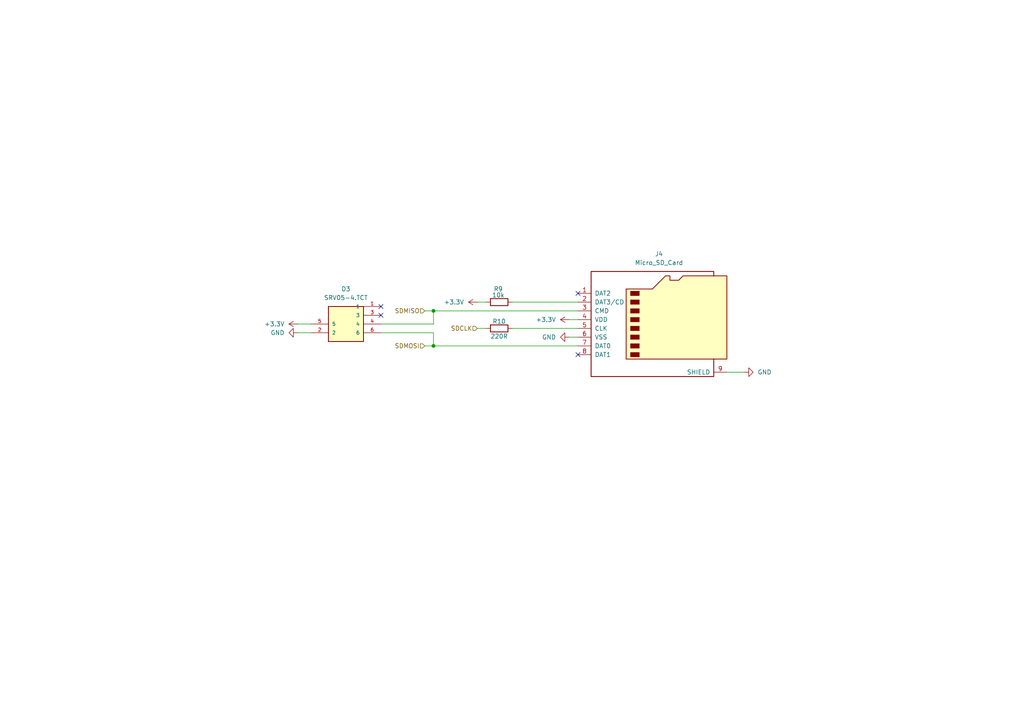
<source format=kicad_sch>
(kicad_sch (version 20250114) (generator "eeschema") (generator_version "9.0")
  (paper "A4")
  (lib_symbols
    (symbol "Connector:Micro_SD_Card" (pin_names (offset 1.016))
      (property "Reference" "J" (at -16.51 15.24 0))
      (property "Value" "Micro_SD_Card" (at 16.51 15.24 0))
      (symbol "Micro_SD_Card_0_1"
        (polyline (pts (xy -8.89 -11.43) (xy -8.89 8.89) (xy -1.27 8.89) (xy 2.54 12.7) (xy 3.81 12.7) (xy 3.81 11.43) (xy 6.35 11.43) (xy 7.62 12.7) (xy 20.32 12.7) (xy 20.32 -11.43) (xy -8.89 -11.43)) (stroke (width 0.254)) (fill (type background)))
        (rectangle (start -7.62 8.255) (end -5.08 6.985) (fill (type outline)))
        (rectangle (start -7.62 5.715) (end -5.08 4.445) (fill (type outline)))
        (rectangle (start -7.62 3.175) (end -5.08 1.905) (fill (type outline)))
        (rectangle (start -7.62 0.635) (end -5.08 -0.635) (fill (type outline)))
        (rectangle (start -7.62 -1.905) (end -5.08 -3.175) (fill (type outline)))
        (rectangle (start -7.62 -4.445) (end -5.08 -5.715) (fill (type outline)))
        (rectangle (start -7.62 -6.985) (end -5.08 -8.255) (fill (type outline)))
        (rectangle (start -7.62 -9.525) (end -5.08 -10.795) (fill (type outline)))
        (polyline (pts (xy 16.51 12.7) (xy 16.51 13.97) (xy -19.05 13.97) (xy -19.05 -16.51) (xy 16.51 -16.51) (xy 16.51 -11.43)) (stroke (width 0.254)))
      )
      (symbol "Micro_SD_Card_1_1"
        (pin bidirectional line (at -22.86 7.62 0) (length 3.81) (name "DAT2") (number "1"))
        (pin bidirectional line (at -22.86 5.08 0) (length 3.81) (name "DAT3/CD") (number "2"))
        (pin input line (at -22.86 2.54 0) (length 3.81) (name "CMD") (number "3"))
        (pin power_in line (at -22.86 0 0) (length 3.81) (name "VDD") (number "4"))
        (pin input line (at -22.86 -2.54 0) (length 3.81) (name "CLK") (number "5"))
        (pin power_in line (at -22.86 -5.08 0) (length 3.81) (name "VSS") (number "6"))
        (pin bidirectional line (at -22.86 -7.62 0) (length 3.81) (name "DAT0") (number "7"))
        (pin bidirectional line (at -22.86 -10.16 0) (length 3.81) (name "DAT1") (number "8"))
        (pin passive line (at 20.32 -15.24 180) (length 3.81) (name "SHIELD") (number "9"))
      )
    )
    (symbol "Device:R" (pin_numbers (hide yes)) (pin_names (offset 0))
      (property "Reference" "R" (at 2.032 0 90))
      (property "Value" "R" (at 0 0 90))
      (symbol "R_0_1"
        (rectangle (start -1.016 -2.54) (end 1.016 2.54) (stroke (width 0.254)))
      )
      (symbol "R_1_1"
        (pin passive line (at 0 3.81 270) (length 1.27) (name "~") (number "1"))
        (pin passive line (at 0 -3.81 90) (length 1.27) (name "~") (number "2"))
      )
    )
    (symbol "SRV05-4.TCT:SRV05-4.TCT" (pin_names (offset 1.016))
      (property "Reference" "D" (at -3.81 0 0))
      (property "Value" "SRV05-4.TCT" (at -3.81 2.54 0))
      (symbol "SRV05-4.TCT_0_0"
        (rectangle (start 5.08 -7.62) (end 15.24 2.54) (stroke (width 0.254)) (fill (type background)))
        (pin bidirectional line (at 0 -2.54 0) (length 5.08) (name "5") (number "5"))
        (pin bidirectional line (at 0 -5.08 0) (length 5.08) (name "2") (number "2"))
        (pin bidirectional line (at 20.32 2.54 180) (length 5.08) (name "1") (number "1"))
        (pin bidirectional line (at 20.32 0 180) (length 5.08) (name "3") (number "3"))
        (pin bidirectional line (at 20.32 -2.54 180) (length 5.08) (name "4") (number "4"))
        (pin bidirectional line (at 20.32 -5.08 180) (length 5.08) (name "6") (number "6"))
      )
    )
    (symbol "power:+3.3V" (power) (pin_numbers (hide yes)) (pin_names (offset 0) (hide yes))
      (property "Value" "+3.3V" (at 0 3.556 0))
      (symbol "+3.3V_0_1"
        (polyline (pts (xy -0.762 1.27) (xy 0 2.54)))
        (polyline (pts (xy 0 2.54) (xy 0.762 1.27)))
        (polyline (pts (xy 0 0) (xy 0 2.54)))
      )
      (symbol "+3.3V_1_1"
        (pin power_in line (at 0 0 90) (length 0) (name "~") (number "1"))
      )
    )
    (symbol "power:GND" (power) (pin_numbers (hide yes)) (pin_names (offset 0) (hide yes))
      (property "Value" "GND" (at 0 -3.81 0))
      (symbol "GND_0_1"
        (polyline (pts (xy 0 0) (xy 0 -1.27) (xy 1.27 -1.27) (xy 0 -2.54) (xy -1.27 -1.27) (xy 0 -1.27)))
      )
      (symbol "GND_1_1"
        (pin power_in line (at 0 0 270) (length 0) (name "~") (number "1"))
      )
    )
  )
  (junction (at 125.73 100.33))
  (junction (at 125.73 90.17))
  (no_connect (at 110.49 91.44))
  (no_connect (at 167.64 102.87))
  (no_connect (at 167.64 85.09))
  (no_connect (at 110.49 88.9))
  (wire (pts (xy 123.19 100.33) (xy 125.73 100.33)))
  (wire (pts (xy 138.43 87.63) (xy 140.97 87.63)))
  (wire (pts (xy 125.73 90.17) (xy 167.64 90.17)))
  (wire (pts (xy 123.19 90.17) (xy 125.73 90.17)))
  (wire (pts (xy 125.73 93.98) (xy 110.49 93.98)))
  (wire (pts (xy 165.1 92.71) (xy 167.64 92.71)))
  (wire (pts (xy 125.73 96.52) (xy 110.49 96.52)))
  (wire (pts (xy 86.36 96.52) (xy 90.17 96.52)))
  (wire (pts (xy 125.73 90.17) (xy 125.73 93.98)))
  (wire (pts (xy 215.9 107.95) (xy 210.82 107.95)))
  (wire (pts (xy 86.36 93.98) (xy 90.17 93.98)))
  (wire (pts (xy 125.73 100.33) (xy 167.64 100.33)))
  (wire (pts (xy 148.59 95.25) (xy 167.64 95.25)))
  (wire (pts (xy 148.59 87.63) (xy 167.64 87.63)))
  (wire (pts (xy 138.43 95.25) (xy 140.97 95.25)))
  (wire (pts (xy 165.1 97.79) (xy 167.64 97.79)))
  (wire (pts (xy 125.73 100.33) (xy 125.73 96.52)))
  (hierarchical_label "SDMOSI" (shape input) (at 123.19 100.33 180))
  (hierarchical_label "SDCLK" (shape input) (at 138.43 95.25 180))
  (hierarchical_label "SDMISO" (shape input) (at 123.19 90.17 180))
  (symbol (lib_id "power:+3.3V") (at 165.1 92.71 90) (unit 1)
    (property "Reference" "#PWR063" (effects (hide yes)))
    (property "Value" "+3.3V" (at 161.29 92.7099 90) (effects (justify left)))
    (property "Description" "Power symbol creates a global label with name \"+3.3V\"" (effects (hide yes)))
  )
  (symbol (lib_id "power:+3.3V") (at 86.36 93.98 90) (unit 1)
    (property "Reference" "#PWR060" (effects (hide yes)))
    (property "Value" "+3.3V" (at 82.55 93.9799 90) (effects (justify left)))
    (property "Description" "Power symbol creates a global label with name \"+3.3V\"" (effects (hide yes)))
  )
  (symbol (lib_id "power:GND") (at 215.9 107.95 90) (unit 1)
    (property "Reference" "#PWR065" (effects (hide yes)))
    (property "Value" "GND" (at 219.71 107.9499 90) (effects (justify right)))
    (property "Description" "Power symbol creates a global label with name \"GND\" , ground" (effects (hide yes)))
  )
  (symbol (lib_id "SRV05-4.TCT:SRV05-4.TCT") (at 90.17 91.44 0) (unit 1)
    (property "Reference" "D3" (at 100.33 83.82 0))
    (property "Value" "SRV05-4.TCT" (at 100.33 86.36 0))
    (property "Footprint" "myFootprints:SOT95P280X145-6N" (effects (hide yes)))
    (property "MANUFACTURER_NAME" "SEMTECH" (effects (hide yes)))
    (property "Check_prices" "https://www.snapeda.com/parts/SRV05-4.TCT/UMW/view-part/?ref=eda" (effects (hide yes)))
    (property "HEIGHT" "1.45mm" (effects (hide yes)))
    (property "SnapEDA_Link" "https://www.snapeda.com/parts/SRV05-4.TCT/UMW/view-part/?ref=snap" (effects (hide yes)))
    (property "Availability" "In Stock" (effects (hide yes)))
    (property "MANUFACTURER_PART_NUMBER" "SRV05-4.TCT" (effects (hide yes)))
    (property "LCSC Part" "C13612" (effects (hide yes)))
  )
  (symbol (lib_id "power:GND") (at 86.36 96.52 270) (unit 1)
    (property "Reference" "#PWR061" (effects (hide yes)))
    (property "Value" "GND" (at 82.55 96.5199 90) (effects (justify right)))
    (property "Description" "Power symbol creates a global label with name \"GND\" , ground" (effects (hide yes)))
  )
  (symbol (lib_id "Device:R") (at 144.78 87.63 90) (unit 1)
    (property "Reference" "R9" (at 144.526 83.82 90))
    (property "Value" "10k" (at 144.526 85.598 90))
    (property "Footprint" "Resistor_SMD:R_0805_2012Metric_Pad1.20x1.40mm_HandSolder" (effects (hide yes)))
    (property "Description" "Resistor" (effects (hide yes)))
    (property "LCSC Part" "C84376" (effects (hide yes)))
  )
  (symbol (lib_id "Device:R") (at 144.78 95.25 90) (unit 1)
    (property "Reference" "R10" (at 144.78 93.218 90))
    (property "Value" "220R" (at 144.78 97.536 90))
    (property "Footprint" "Resistor_SMD:R_0805_2012Metric_Pad1.20x1.40mm_HandSolder" (effects (hide yes)))
    (property "Description" "Resistor" (effects (hide yes)))
    (property "LCSC Part" "C17557" (effects (hide yes)))
  )
  (symbol (lib_id "power:GND") (at 165.1 97.79 270) (unit 1)
    (property "Reference" "#PWR064" (effects (hide yes)))
    (property "Value" "GND" (at 161.29 97.7899 90) (effects (justify right)))
    (property "Description" "Power symbol creates a global label with name \"GND\" , ground" (effects (hide yes)))
  )
  (symbol (lib_id "Connector:Micro_SD_Card") (at 190.5 92.71 0) (unit 1)
    (property "Reference" "J4" (at 191.135 73.66 0))
    (property "Value" "Micro_SD_Card" (at 191.135 76.2 0))
    (property "Footprint" "Connector_Card:microSD_HC_Molex_104031-0811" (effects (hide yes)))
    (property "Datasheet" "https://www.we-online.com/components/products/datasheet/693072010801.pdf" (effects (hide yes)))
    (property "Description" "Micro SD Card Socket" (effects (hide yes)))
    (property "LCSC Part" "C164170" (effects (hide yes)))
  )
  (symbol (lib_id "power:+3.3V") (at 138.43 87.63 90) (unit 1)
    (property "Reference" "#PWR062" (effects (hide yes)))
    (property "Value" "+3.3V" (at 134.62 87.6299 90) (effects (justify left)))
    (property "Description" "Power symbol creates a global label with name \"+3.3V\"" (effects (hide yes)))
  )
)
</source>
